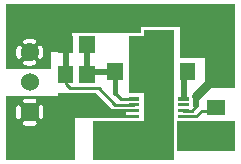
<source format=gbr>
G04 start of page 2 for group 0 idx 0 *
G04 Title: (unknown), component *
G04 Creator: pcb 20110918 *
G04 CreationDate: Mon 01 Apr 2013 11:54:10 PM GMT UTC *
G04 For: railfan *
G04 Format: Gerber/RS-274X *
G04 PCB-Dimensions: 80000 55000 *
G04 PCB-Coordinate-Origin: lower left *
%MOIN*%
%FSLAX25Y25*%
%LNTOP*%
%ADD22C,0.0380*%
%ADD21C,0.0360*%
%ADD20R,0.0660X0.0660*%
%ADD19R,0.0117X0.0117*%
%ADD18R,0.0512X0.0512*%
%ADD17C,0.0600*%
%ADD16C,0.0300*%
%ADD15C,0.0400*%
%ADD14C,0.0150*%
%ADD13C,0.0100*%
%ADD12C,0.0200*%
%ADD11C,0.0001*%
G54D11*G36*
X48000Y5000D02*Y45000D01*
X58000D01*
Y5000D01*
X48000D01*
G37*
G36*
X58000Y1500D02*X31000D01*
Y14500D01*
X58000D01*
Y1500D01*
G37*
G36*
X41000Y16500D02*X46000D01*
Y15500D01*
X41000D01*
Y16500D01*
G37*
G36*
Y18500D02*X46000D01*
Y17500D01*
X41000D01*
Y18500D01*
G37*
G36*
X43000Y24000D02*Y40000D01*
X48500D01*
Y45000D01*
X50000D01*
Y24000D01*
X43000D01*
G37*
G36*
Y43000D02*X49500D01*
Y39116D01*
X49225Y39003D01*
X49221Y39000D01*
X46779D01*
X46775Y39003D01*
X46368Y39171D01*
X45939Y39274D01*
X45500Y39309D01*
X45061Y39274D01*
X44632Y39171D01*
X44225Y39003D01*
X44221Y39000D01*
X43000D01*
Y43000D01*
G37*
G36*
X16000Y23000D02*X25000D01*
Y1500D01*
X16000D01*
Y23000D01*
G37*
G36*
X15000Y50500D02*X24000D01*
Y37500D01*
X15000D01*
Y50500D01*
G37*
G36*
X13613D02*X17000D01*
Y32000D01*
X13613D01*
Y35353D01*
X13656Y35360D01*
X13768Y35397D01*
X13873Y35452D01*
X13968Y35522D01*
X14051Y35606D01*
X14119Y35702D01*
X14170Y35808D01*
X14318Y36216D01*
X14422Y36637D01*
X14484Y37067D01*
X14505Y37500D01*
X14484Y37933D01*
X14422Y38363D01*
X14318Y38784D01*
X14175Y39194D01*
X14122Y39300D01*
X14053Y39396D01*
X13970Y39481D01*
X13875Y39551D01*
X13769Y39606D01*
X13657Y39643D01*
X13613Y39651D01*
Y50500D01*
G37*
G36*
X10002D02*X13613D01*
Y39651D01*
X13540Y39663D01*
X13421Y39664D01*
X13304Y39646D01*
X13191Y39610D01*
X13085Y39557D01*
X12988Y39488D01*
X12904Y39405D01*
X12833Y39309D01*
X12779Y39204D01*
X12741Y39092D01*
X12722Y38975D01*
X12721Y38856D01*
X12739Y38739D01*
X12777Y38626D01*
X12876Y38355D01*
X12944Y38075D01*
X12986Y37789D01*
X13000Y37500D01*
X12986Y37211D01*
X12944Y36925D01*
X12876Y36645D01*
X12780Y36372D01*
X12742Y36261D01*
X12725Y36144D01*
X12725Y36026D01*
X12745Y35909D01*
X12782Y35797D01*
X12836Y35693D01*
X12906Y35598D01*
X12991Y35515D01*
X13087Y35446D01*
X13192Y35393D01*
X13305Y35357D01*
X13421Y35340D01*
X13539Y35341D01*
X13613Y35353D01*
Y32000D01*
X10176D01*
X10002Y32014D01*
Y32995D01*
X10433Y33016D01*
X10863Y33078D01*
X11284Y33182D01*
X11694Y33325D01*
X11800Y33378D01*
X11896Y33447D01*
X11981Y33530D01*
X12051Y33625D01*
X12106Y33731D01*
X12143Y33843D01*
X12163Y33960D01*
X12164Y34079D01*
X12146Y34196D01*
X12110Y34309D01*
X12057Y34415D01*
X11988Y34512D01*
X11905Y34596D01*
X11809Y34667D01*
X11704Y34721D01*
X11592Y34759D01*
X11475Y34778D01*
X11356Y34779D01*
X11239Y34761D01*
X11126Y34723D01*
X10855Y34624D01*
X10575Y34556D01*
X10289Y34514D01*
X10002Y34500D01*
Y40500D01*
X10289Y40486D01*
X10575Y40444D01*
X10855Y40376D01*
X11128Y40280D01*
X11239Y40242D01*
X11356Y40225D01*
X11474Y40225D01*
X11591Y40245D01*
X11703Y40282D01*
X11807Y40336D01*
X11902Y40406D01*
X11985Y40491D01*
X12054Y40587D01*
X12107Y40692D01*
X12143Y40805D01*
X12160Y40921D01*
X12159Y41039D01*
X12140Y41156D01*
X12103Y41268D01*
X12048Y41373D01*
X11978Y41468D01*
X11894Y41551D01*
X11798Y41619D01*
X11692Y41670D01*
X11284Y41818D01*
X10863Y41922D01*
X10433Y41984D01*
X10002Y42005D01*
Y50500D01*
G37*
G36*
X6387D02*X10002D01*
Y42005D01*
X10000Y42005D01*
X9567Y41984D01*
X9137Y41922D01*
X8716Y41818D01*
X8306Y41675D01*
X8200Y41622D01*
X8104Y41553D01*
X8019Y41470D01*
X7949Y41375D01*
X7894Y41269D01*
X7857Y41157D01*
X7837Y41040D01*
X7836Y40921D01*
X7854Y40804D01*
X7890Y40691D01*
X7943Y40585D01*
X8012Y40488D01*
X8095Y40404D01*
X8191Y40333D01*
X8296Y40279D01*
X8408Y40241D01*
X8525Y40222D01*
X8644Y40221D01*
X8761Y40239D01*
X8874Y40277D01*
X9145Y40376D01*
X9425Y40444D01*
X9711Y40486D01*
X10000Y40500D01*
X10002Y40500D01*
Y34500D01*
X10000Y34500D01*
X9711Y34514D01*
X9425Y34556D01*
X9145Y34624D01*
X8872Y34720D01*
X8761Y34758D01*
X8644Y34775D01*
X8526Y34775D01*
X8409Y34755D01*
X8297Y34718D01*
X8193Y34664D01*
X8098Y34594D01*
X8015Y34509D01*
X7946Y34413D01*
X7893Y34308D01*
X7857Y34195D01*
X7840Y34079D01*
X7841Y33961D01*
X7860Y33844D01*
X7897Y33732D01*
X7952Y33627D01*
X8022Y33532D01*
X8106Y33449D01*
X8202Y33381D01*
X8308Y33330D01*
X8716Y33182D01*
X9137Y33078D01*
X9567Y33016D01*
X10000Y32995D01*
X10002Y32995D01*
Y32014D01*
X10000Y32014D01*
X9824Y32000D01*
X6387D01*
Y35349D01*
X6460Y35337D01*
X6579Y35336D01*
X6696Y35354D01*
X6809Y35390D01*
X6915Y35443D01*
X7012Y35512D01*
X7096Y35595D01*
X7167Y35691D01*
X7221Y35796D01*
X7259Y35908D01*
X7278Y36025D01*
X7279Y36144D01*
X7261Y36261D01*
X7223Y36374D01*
X7124Y36645D01*
X7056Y36925D01*
X7014Y37211D01*
X7000Y37500D01*
X7014Y37789D01*
X7056Y38075D01*
X7124Y38355D01*
X7220Y38628D01*
X7258Y38739D01*
X7275Y38856D01*
X7275Y38974D01*
X7255Y39091D01*
X7218Y39203D01*
X7164Y39307D01*
X7094Y39402D01*
X7009Y39485D01*
X6913Y39554D01*
X6808Y39607D01*
X6695Y39643D01*
X6579Y39660D01*
X6461Y39659D01*
X6387Y39647D01*
Y50500D01*
G37*
G36*
X2000Y32000D02*Y50500D01*
X6387D01*
Y39647D01*
X6344Y39640D01*
X6232Y39603D01*
X6127Y39548D01*
X6032Y39478D01*
X5949Y39394D01*
X5881Y39298D01*
X5830Y39192D01*
X5682Y38784D01*
X5578Y38363D01*
X5516Y37933D01*
X5495Y37500D01*
X5516Y37067D01*
X5578Y36637D01*
X5682Y36216D01*
X5825Y35806D01*
X5878Y35700D01*
X5947Y35604D01*
X6030Y35519D01*
X6125Y35449D01*
X6231Y35394D01*
X6343Y35357D01*
X6387Y35349D01*
Y32000D01*
X2000D01*
G37*
G36*
X19500Y17000D02*Y24000D01*
X32000D01*
X37500Y18500D01*
Y17000D01*
X19500D01*
G37*
G36*
X13750Y23000D02*X18000D01*
Y1500D01*
X13750D01*
Y15248D01*
X13868Y15257D01*
X13982Y15285D01*
X14092Y15330D01*
X14192Y15391D01*
X14282Y15468D01*
X14359Y15558D01*
X14420Y15658D01*
X14465Y15768D01*
X14493Y15882D01*
X14500Y16000D01*
Y19000D01*
X14493Y19118D01*
X14465Y19232D01*
X14420Y19342D01*
X14359Y19442D01*
X14282Y19532D01*
X14192Y19609D01*
X14092Y19670D01*
X13982Y19715D01*
X13868Y19743D01*
X13750Y19752D01*
Y23000D01*
G37*
G36*
X10000Y22986D02*X10176Y23000D01*
X13750D01*
Y19752D01*
X13632Y19743D01*
X13518Y19715D01*
X13408Y19670D01*
X13308Y19609D01*
X13218Y19532D01*
X13141Y19442D01*
X13080Y19342D01*
X13035Y19232D01*
X13007Y19118D01*
X13000Y19000D01*
Y16000D01*
X13007Y15882D01*
X13035Y15768D01*
X13080Y15658D01*
X13141Y15558D01*
X13218Y15468D01*
X13308Y15391D01*
X13408Y15330D01*
X13518Y15285D01*
X13632Y15257D01*
X13750Y15248D01*
Y1500D01*
X10000D01*
Y13000D01*
X11500D01*
X11618Y13007D01*
X11732Y13035D01*
X11842Y13080D01*
X11942Y13141D01*
X12032Y13218D01*
X12109Y13308D01*
X12170Y13408D01*
X12215Y13518D01*
X12243Y13632D01*
X12252Y13750D01*
X12243Y13868D01*
X12215Y13982D01*
X12170Y14092D01*
X12109Y14192D01*
X12032Y14282D01*
X11942Y14359D01*
X11842Y14420D01*
X11732Y14465D01*
X11618Y14493D01*
X11500Y14500D01*
X10000D01*
Y20500D01*
X11500D01*
X11618Y20507D01*
X11732Y20535D01*
X11842Y20580D01*
X11942Y20641D01*
X12032Y20718D01*
X12109Y20808D01*
X12170Y20908D01*
X12215Y21018D01*
X12243Y21132D01*
X12252Y21250D01*
X12243Y21368D01*
X12215Y21482D01*
X12170Y21592D01*
X12109Y21692D01*
X12032Y21782D01*
X11942Y21859D01*
X11842Y21920D01*
X11732Y21965D01*
X11618Y21993D01*
X11500Y22000D01*
X10000D01*
Y22986D01*
G37*
G36*
X6250Y23000D02*X9824D01*
X10000Y22986D01*
X10000D01*
Y22000D01*
X8500D01*
X8382Y21993D01*
X8268Y21965D01*
X8158Y21920D01*
X8058Y21859D01*
X7968Y21782D01*
X7891Y21692D01*
X7830Y21592D01*
X7785Y21482D01*
X7757Y21368D01*
X7748Y21250D01*
X7757Y21132D01*
X7785Y21018D01*
X7830Y20908D01*
X7891Y20808D01*
X7968Y20718D01*
X8058Y20641D01*
X8158Y20580D01*
X8268Y20535D01*
X8382Y20507D01*
X8500Y20500D01*
X10000D01*
Y14500D01*
X8500D01*
X8382Y14493D01*
X8268Y14465D01*
X8158Y14420D01*
X8058Y14359D01*
X7968Y14282D01*
X7891Y14192D01*
X7830Y14092D01*
X7785Y13982D01*
X7757Y13868D01*
X7748Y13750D01*
X7757Y13632D01*
X7785Y13518D01*
X7830Y13408D01*
X7891Y13308D01*
X7968Y13218D01*
X8058Y13141D01*
X8158Y13080D01*
X8268Y13035D01*
X8382Y13007D01*
X8500Y13000D01*
X10000D01*
Y1500D01*
X6250D01*
Y15248D01*
X6368Y15257D01*
X6482Y15285D01*
X6592Y15330D01*
X6692Y15391D01*
X6782Y15468D01*
X6859Y15558D01*
X6920Y15658D01*
X6965Y15768D01*
X6993Y15882D01*
X7000Y16000D01*
Y19000D01*
X6993Y19118D01*
X6965Y19232D01*
X6920Y19342D01*
X6859Y19442D01*
X6782Y19532D01*
X6692Y19609D01*
X6592Y19670D01*
X6482Y19715D01*
X6368Y19743D01*
X6250Y19752D01*
Y23000D01*
G37*
G36*
X2000D02*X6250D01*
Y19752D01*
X6132Y19743D01*
X6018Y19715D01*
X5908Y19670D01*
X5808Y19609D01*
X5718Y19532D01*
X5641Y19442D01*
X5580Y19342D01*
X5535Y19232D01*
X5507Y19118D01*
X5500Y19000D01*
Y16000D01*
X5507Y15882D01*
X5535Y15768D01*
X5580Y15658D01*
X5641Y15558D01*
X5718Y15468D01*
X5808Y15391D01*
X5908Y15330D01*
X6018Y15285D01*
X6132Y15257D01*
X6250Y15248D01*
Y1500D01*
X2000D01*
Y23000D01*
G37*
G36*
X19500Y5000D02*Y18500D01*
X25000D01*
Y5000D01*
X19500D01*
G37*
G36*
X65000Y50500D02*Y46000D01*
X19500D01*
Y50500D01*
X65000D01*
G37*
G36*
X2000Y48000D02*Y53500D01*
X78500D01*
Y48000D01*
X64616D01*
X64503Y48275D01*
X64272Y48651D01*
X63986Y48986D01*
X63651Y49272D01*
X63275Y49503D01*
X62868Y49671D01*
X62439Y49774D01*
X62000Y49809D01*
X61561Y49774D01*
X61132Y49671D01*
X60725Y49503D01*
X60349Y49272D01*
X60014Y48986D01*
X59728Y48651D01*
X59497Y48275D01*
X59384Y48000D01*
X24965D01*
X24862Y48430D01*
X24681Y48866D01*
X24435Y49269D01*
X24128Y49628D01*
X23769Y49935D01*
X23366Y50181D01*
X22930Y50362D01*
X22471Y50472D01*
X22000Y50509D01*
X21529Y50472D01*
X21070Y50362D01*
X20634Y50181D01*
X20231Y49935D01*
X19872Y49628D01*
X19565Y49269D01*
X19319Y48866D01*
X19138Y48430D01*
X19035Y48000D01*
X2000D01*
G37*
G36*
Y53500D01*
X78500D01*
Y48000D01*
X64616D01*
X64503Y48275D01*
X64272Y48651D01*
X63986Y48986D01*
X63651Y49272D01*
X63275Y49503D01*
X62868Y49671D01*
X62439Y49774D01*
X62000Y49809D01*
X61561Y49774D01*
X61132Y49671D01*
X60725Y49503D01*
X60349Y49272D01*
X60014Y48986D01*
X59728Y48651D01*
X59497Y48275D01*
X59384Y48000D01*
X24965D01*
X24862Y48430D01*
X24681Y48866D01*
X24435Y49269D01*
X24128Y49628D01*
X23769Y49935D01*
X23366Y50181D01*
X22930Y50362D01*
X22471Y50472D01*
X22000Y50509D01*
X21529Y50472D01*
X21070Y50362D01*
X20634Y50181D01*
X20231Y49935D01*
X19872Y49628D01*
X19565Y49269D01*
X19319Y48866D01*
X19138Y48430D01*
X19035Y48000D01*
X2000D01*
G37*
G36*
X42000Y18500D02*Y15500D01*
X19500D01*
Y18500D01*
X42000D01*
G37*
G36*
X62500Y21500D02*X60500D01*
Y31000D01*
X62500D01*
Y21500D01*
G37*
G36*
X78500Y35500D02*X60000D01*
Y50500D01*
X78500D01*
Y35500D01*
G37*
G36*
X68500Y25500D02*Y37500D01*
X78500D01*
Y25500D01*
X68500D01*
G37*
G36*
X78500Y4500D02*X59000D01*
Y14500D01*
X78500D01*
Y4500D01*
G37*
G36*
X19500Y50500D02*X42000D01*
Y44000D01*
X19500D01*
Y50500D01*
G37*
G36*
X40000Y48000D02*X47000D01*
Y44000D01*
X40000D01*
Y48000D01*
G37*
G54D12*X38457Y31000D02*X29129D01*
G54D13*X40562Y21938D02*X38500Y24000D01*
G54D14*Y30957D01*
G54D13*X38457Y31000D01*
X38530Y19970D02*X33000Y25500D01*
X23500D01*
G54D12*X21957Y40000D02*Y31086D01*
X29129Y31000D02*Y39914D01*
G54D13*X29043Y40000D01*
X22000Y30957D02*X22043Y31000D01*
X23500Y25500D02*X22000Y27000D01*
Y30957D01*
G54D12*X21957Y31086D02*X22043Y31000D01*
G54D15*X22000Y47500D02*Y40000D01*
G54D13*X62500Y30957D02*X62543Y31000D01*
G54D12*X65500Y19500D02*Y23000D01*
G54D13*X44754Y19970D02*X38530D01*
X44754Y21938D02*X40562D01*
X61246Y16031D02*X65531D01*
X67500Y18000D01*
X70957D01*
X72000Y19043D01*
X64000Y18000D02*X65500Y19500D01*
G54D16*Y23000D02*X71000Y28500D01*
G54D13*X61246Y18000D02*X64000D01*
G54D11*G36*
X7000Y20500D02*Y14500D01*
X13000D01*
Y20500D01*
X7000D01*
G37*
G54D17*X10000Y27500D03*
Y37500D03*
G54D18*X62543Y42393D02*Y41607D01*
X55457Y42393D02*Y41607D01*
X22095Y10181D02*Y7819D01*
X21957Y40393D02*Y39607D01*
X29043Y40393D02*Y39607D01*
Y30393D02*Y29607D01*
X21957Y30393D02*Y29607D01*
X33905Y10181D02*Y7819D01*
G54D19*X43605Y21940D02*X45903D01*
X43605Y19970D02*X45903D01*
X43605Y18000D02*X45903D01*
X43605Y16030D02*X45903D01*
X43605Y14060D02*X45903D01*
G54D18*X71607Y19043D02*X72393D01*
X71607Y11957D02*X72393D01*
G54D19*X60097Y14060D02*X62395D01*
X60097Y16030D02*X62395D01*
X60097Y18000D02*X62395D01*
X60097Y19970D02*X62395D01*
X60097Y21940D02*X62395D01*
G54D20*X53000Y18400D02*Y17600D01*
G54D18*X55457Y31393D02*Y30607D01*
X62543Y31393D02*Y30607D01*
X45543Y31393D02*Y30607D01*
X38457Y31393D02*Y30607D01*
G54D21*X38500Y12000D03*
Y8000D03*
Y4000D03*
X42500Y6000D03*
Y10000D03*
X62500Y6500D03*
Y11000D03*
X67000D03*
X71500D03*
X67000Y6500D03*
X71500D03*
X44000Y47000D03*
X62000D03*
X50500Y36500D03*
X45500D03*
X55500D03*
X50500Y31500D03*
Y26500D03*
X62000Y51500D03*
X57500D03*
X53000D03*
X48500D03*
X44000D03*
G54D12*G54D22*M02*

</source>
